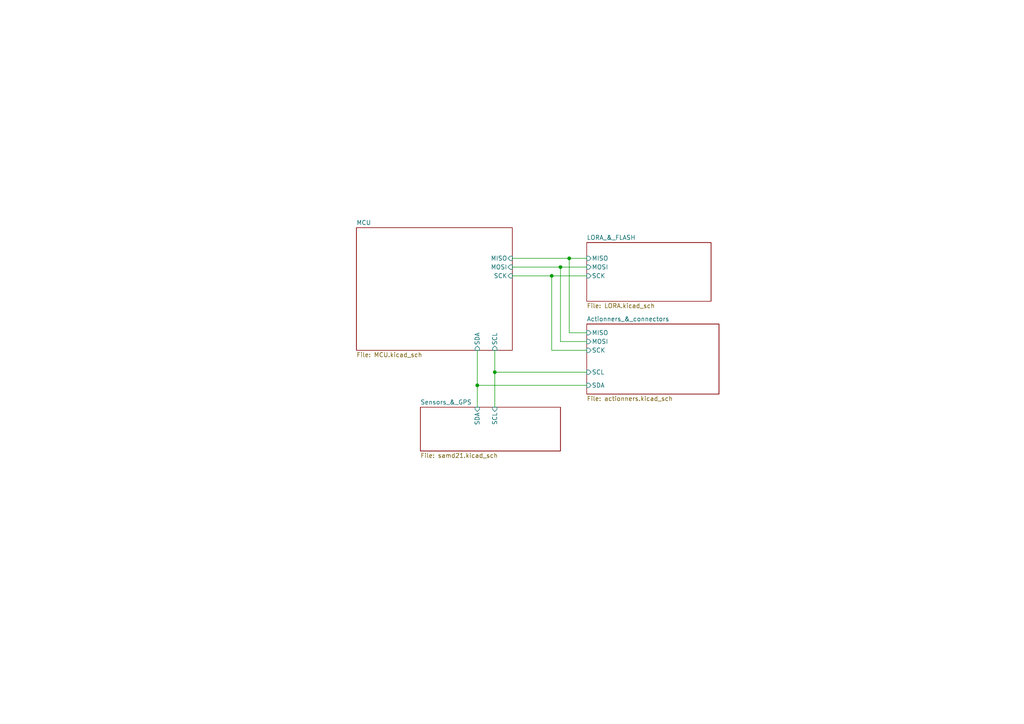
<source format=kicad_sch>
(kicad_sch
	(version 20250114)
	(generator "eeschema")
	(generator_version "9.0")
	(uuid "d8c70a90-2f83-40bd-a7fc-ad87ab2dd751")
	(paper "A4")
	(lib_symbols)
	(junction
		(at 138.43 111.76)
		(diameter 0)
		(color 0 0 0 0)
		(uuid "16049b75-2f23-46af-9c51-961b8eabdaed")
	)
	(junction
		(at 162.56 77.47)
		(diameter 0)
		(color 0 0 0 0)
		(uuid "5e00e346-6bdc-4358-aa1c-0cecc80ec836")
	)
	(junction
		(at 165.1 74.93)
		(diameter 0)
		(color 0 0 0 0)
		(uuid "6a92b8a2-9bcf-44fa-9dbd-d384955557e7")
	)
	(junction
		(at 160.02 80.01)
		(diameter 0)
		(color 0 0 0 0)
		(uuid "b60ef2f8-e7b0-4b40-9a89-0fe4cdfd1830")
	)
	(junction
		(at 143.51 107.95)
		(diameter 0)
		(color 0 0 0 0)
		(uuid "b9c916f1-c8da-4b5a-9802-becd74839e98")
	)
	(wire
		(pts
			(xy 170.18 96.52) (xy 165.1 96.52)
		)
		(stroke
			(width 0)
			(type default)
		)
		(uuid "06b8d2f9-31b1-4e6f-bc41-49a8462820f1")
	)
	(wire
		(pts
			(xy 138.43 111.76) (xy 138.43 118.11)
		)
		(stroke
			(width 0)
			(type default)
		)
		(uuid "1ccc1acd-8b28-464b-b7a0-1e68c846a6d3")
	)
	(wire
		(pts
			(xy 143.51 107.95) (xy 170.18 107.95)
		)
		(stroke
			(width 0)
			(type default)
		)
		(uuid "425d673e-9e30-4191-9882-7a8fd2bfc570")
	)
	(wire
		(pts
			(xy 148.59 74.93) (xy 165.1 74.93)
		)
		(stroke
			(width 0)
			(type default)
		)
		(uuid "46a63286-b15a-437b-be1c-1d3644da48c4")
	)
	(wire
		(pts
			(xy 160.02 101.6) (xy 160.02 80.01)
		)
		(stroke
			(width 0)
			(type default)
		)
		(uuid "5d9a50a6-3439-4978-9544-c1c1c965a88f")
	)
	(wire
		(pts
			(xy 138.43 101.6) (xy 138.43 111.76)
		)
		(stroke
			(width 0)
			(type default)
		)
		(uuid "5e0d291c-fbed-4503-8e94-fcb529fd3a47")
	)
	(wire
		(pts
			(xy 143.51 107.95) (xy 143.51 118.11)
		)
		(stroke
			(width 0)
			(type default)
		)
		(uuid "6075c911-cd7e-4ba3-811b-2a12266a2de7")
	)
	(wire
		(pts
			(xy 160.02 80.01) (xy 170.18 80.01)
		)
		(stroke
			(width 0)
			(type default)
		)
		(uuid "63c4a3bc-7783-43d9-a7d8-7fbfd16bc4d9")
	)
	(wire
		(pts
			(xy 148.59 80.01) (xy 160.02 80.01)
		)
		(stroke
			(width 0)
			(type default)
		)
		(uuid "6ba9c712-f102-4a3f-b594-df2b9a1057da")
	)
	(wire
		(pts
			(xy 165.1 74.93) (xy 170.18 74.93)
		)
		(stroke
			(width 0)
			(type default)
		)
		(uuid "719c9614-8569-4ab6-bf95-fe524cca905b")
	)
	(wire
		(pts
			(xy 165.1 96.52) (xy 165.1 74.93)
		)
		(stroke
			(width 0)
			(type default)
		)
		(uuid "7ca6f47a-b6fc-4320-aa60-7c6ea8799ff7")
	)
	(wire
		(pts
			(xy 170.18 101.6) (xy 160.02 101.6)
		)
		(stroke
			(width 0)
			(type default)
		)
		(uuid "932e8e10-222d-4e6d-ba7e-04ce8578cb67")
	)
	(wire
		(pts
			(xy 162.56 99.06) (xy 162.56 77.47)
		)
		(stroke
			(width 0)
			(type default)
		)
		(uuid "a758f1ce-6819-4b9d-adab-8514fa4bc738")
	)
	(wire
		(pts
			(xy 148.59 77.47) (xy 162.56 77.47)
		)
		(stroke
			(width 0)
			(type default)
		)
		(uuid "bbfea1c0-ebf8-4c8f-9ca0-6c32078315da")
	)
	(wire
		(pts
			(xy 143.51 101.6) (xy 143.51 107.95)
		)
		(stroke
			(width 0)
			(type default)
		)
		(uuid "c074c127-1bd1-4303-b7e2-e72e883bff86")
	)
	(wire
		(pts
			(xy 138.43 111.76) (xy 170.18 111.76)
		)
		(stroke
			(width 0)
			(type default)
		)
		(uuid "d1d84c01-ce33-4fa7-9f52-54eb13d999f6")
	)
	(wire
		(pts
			(xy 170.18 99.06) (xy 162.56 99.06)
		)
		(stroke
			(width 0)
			(type default)
		)
		(uuid "d2eef69d-1b2f-407c-9ed0-5429ec1a9d88")
	)
	(wire
		(pts
			(xy 162.56 77.47) (xy 170.18 77.47)
		)
		(stroke
			(width 0)
			(type default)
		)
		(uuid "d7645bba-c90c-4689-bb67-7984763265e1")
	)
	(sheet
		(at 103.378 66.04)
		(size 45.212 35.56)
		(exclude_from_sim no)
		(in_bom yes)
		(on_board yes)
		(dnp no)
		(fields_autoplaced yes)
		(stroke
			(width 0.1524)
			(type solid)
		)
		(fill
			(color 0 0 0 0.0000)
		)
		(uuid "6eb4ec9e-b00f-4f98-8e1d-301e06eca161")
		(property "Sheetname" "MCU"
			(at 103.378 65.3284 0)
			(effects
				(font
					(size 1.27 1.27)
				)
				(justify left bottom)
			)
		)
		(property "Sheetfile" "MCU.kicad_sch"
			(at 103.378 102.1846 0)
			(effects
				(font
					(size 1.27 1.27)
				)
				(justify left top)
			)
		)
		(pin "SCL" input
			(at 143.51 101.6 270)
			(uuid "b1c06ea6-8ba6-494a-a1e8-7efe284fcbff")
			(effects
				(font
					(size 1.27 1.27)
				)
				(justify left)
			)
		)
		(pin "SDA" input
			(at 138.43 101.6 270)
			(uuid "c91826e9-06fc-4c5e-8402-83cff4aa5aad")
			(effects
				(font
					(size 1.27 1.27)
				)
				(justify left)
			)
		)
		(pin "MISO" input
			(at 148.59 74.93 0)
			(uuid "db127f48-b396-447d-8a0f-98bcae7ad488")
			(effects
				(font
					(size 1.27 1.27)
				)
				(justify right)
			)
		)
		(pin "MOSI" input
			(at 148.59 77.47 0)
			(uuid "5e034697-b61e-4666-a201-5bad2ed17995")
			(effects
				(font
					(size 1.27 1.27)
				)
				(justify right)
			)
		)
		(pin "SCK" input
			(at 148.59 80.01 0)
			(uuid "424eab26-c0d4-4d73-96a1-3e028a744368")
			(effects
				(font
					(size 1.27 1.27)
				)
				(justify right)
			)
		)
		(instances
			(project "Skyfall_Avionic"
				(path "/d8c70a90-2f83-40bd-a7fc-ad87ab2dd751"
					(page "2")
				)
			)
		)
	)
	(sheet
		(at 170.18 70.358)
		(size 36.068 17.018)
		(exclude_from_sim no)
		(in_bom yes)
		(on_board yes)
		(dnp no)
		(fields_autoplaced yes)
		(stroke
			(width 0.1524)
			(type solid)
		)
		(fill
			(color 0 0 0 0.0000)
		)
		(uuid "88f4f0be-be5b-416f-8474-6cbe4564008b")
		(property "Sheetname" "LORA_&_FLASH"
			(at 170.18 69.6464 0)
			(effects
				(font
					(size 1.27 1.27)
				)
				(justify left bottom)
			)
		)
		(property "Sheetfile" "LORA.kicad_sch"
			(at 170.18 87.9606 0)
			(effects
				(font
					(size 1.27 1.27)
				)
				(justify left top)
			)
		)
		(pin "MISO" input
			(at 170.18 74.93 180)
			(uuid "1a7c945a-90c3-4e07-ae41-a47c361b2240")
			(effects
				(font
					(size 1.27 1.27)
				)
				(justify left)
			)
		)
		(pin "MOSI" input
			(at 170.18 77.47 180)
			(uuid "5d726af1-62bd-43dd-8f5f-fdb86b10ccb3")
			(effects
				(font
					(size 1.27 1.27)
				)
				(justify left)
			)
		)
		(pin "SCK" input
			(at 170.18 80.01 180)
			(uuid "dcf2db56-fd97-48f7-ac80-ea66cfd22bf5")
			(effects
				(font
					(size 1.27 1.27)
				)
				(justify left)
			)
		)
		(instances
			(project "Skyfall_Avionic"
				(path "/d8c70a90-2f83-40bd-a7fc-ad87ab2dd751"
					(page "5")
				)
			)
		)
	)
	(sheet
		(at 170.18 93.98)
		(size 38.354 20.32)
		(exclude_from_sim no)
		(in_bom yes)
		(on_board yes)
		(dnp no)
		(fields_autoplaced yes)
		(stroke
			(width 0.1524)
			(type solid)
		)
		(fill
			(color 0 0 0 0.0000)
		)
		(uuid "952cd320-9293-4a89-ba0d-4e9f0c8874b3")
		(property "Sheetname" "Actionners_&_connectors"
			(at 170.18 93.2684 0)
			(effects
				(font
					(size 1.27 1.27)
				)
				(justify left bottom)
			)
		)
		(property "Sheetfile" "actionners.kicad_sch"
			(at 170.18 114.8846 0)
			(effects
				(font
					(size 1.27 1.27)
				)
				(justify left top)
			)
		)
		(pin "MISO" input
			(at 170.18 96.52 180)
			(uuid "be516645-2e7c-4426-8853-2dc2b6632dd1")
			(effects
				(font
					(size 1.27 1.27)
				)
				(justify left)
			)
		)
		(pin "MOSI" input
			(at 170.18 99.06 180)
			(uuid "2294df12-add4-47ec-9195-d3e2b29ce2fb")
			(effects
				(font
					(size 1.27 1.27)
				)
				(justify left)
			)
		)
		(pin "SCK" input
			(at 170.18 101.6 180)
			(uuid "90df5e1e-b76d-4add-af88-35139479aece")
			(effects
				(font
					(size 1.27 1.27)
				)
				(justify left)
			)
		)
		(pin "SCL" input
			(at 170.18 107.95 180)
			(uuid "c9987b78-6f92-4995-a9bd-6366e852422e")
			(effects
				(font
					(size 1.27 1.27)
				)
				(justify left)
			)
		)
		(pin "SDA" input
			(at 170.18 111.76 180)
			(uuid "5b9f4abf-b963-4e62-b0c4-518dbf24b7f8")
			(effects
				(font
					(size 1.27 1.27)
				)
				(justify left)
			)
		)
		(instances
			(project "Skyfall_Avionic"
				(path "/d8c70a90-2f83-40bd-a7fc-ad87ab2dd751"
					(page "4")
				)
			)
		)
	)
	(sheet
		(at 121.92 118.11)
		(size 40.64 12.7)
		(exclude_from_sim no)
		(in_bom yes)
		(on_board yes)
		(dnp no)
		(fields_autoplaced yes)
		(stroke
			(width 0.1524)
			(type solid)
		)
		(fill
			(color 0 0 0 0.0000)
		)
		(uuid "bbf0465e-0c81-4120-ab45-bba0e3956b37")
		(property "Sheetname" "Sensors_&_GPS"
			(at 121.92 117.3984 0)
			(effects
				(font
					(size 1.27 1.27)
				)
				(justify left bottom)
			)
		)
		(property "Sheetfile" "samd21.kicad_sch"
			(at 121.92 131.3946 0)
			(effects
				(font
					(size 1.27 1.27)
				)
				(justify left top)
			)
		)
		(pin "SCL" input
			(at 143.51 118.11 90)
			(uuid "1596758a-c8b3-4291-9f4b-2f6946d947f3")
			(effects
				(font
					(size 1.27 1.27)
				)
				(justify right)
			)
		)
		(pin "SDA" input
			(at 138.43 118.11 90)
			(uuid "2197ea4b-e2f2-4438-928d-21cf55913a04")
			(effects
				(font
					(size 1.27 1.27)
				)
				(justify right)
			)
		)
		(instances
			(project "Skyfall_Avionic"
				(path "/d8c70a90-2f83-40bd-a7fc-ad87ab2dd751"
					(page "3")
				)
			)
		)
	)
	(sheet_instances
		(path "/"
			(page "1")
		)
	)
	(embedded_fonts no)
)

</source>
